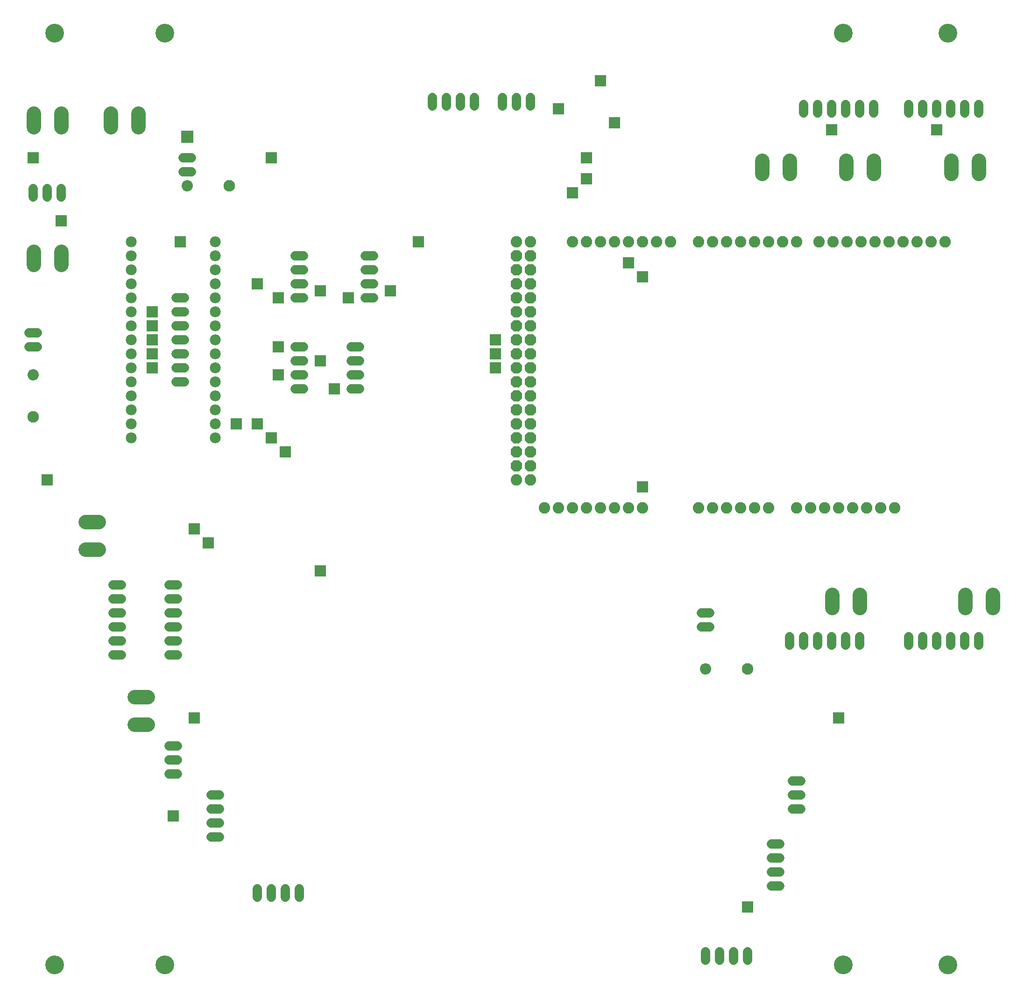
<source format=gbs>
G75*
%MOIN*%
%OFA0B0*%
%FSLAX25Y25*%
%IPPOS*%
%LPD*%
%AMOC8*
5,1,8,0,0,1.08239X$1,22.5*
%
%ADD10C,0.13398*%
%ADD11C,0.06800*%
%ADD12C,0.08200*%
%ADD13OC8,0.08200*%
%ADD14C,0.08062*%
%ADD15C,0.08246*%
%ADD16C,0.07800*%
%ADD17C,0.10170*%
%ADD18R,0.08477X0.08477*%
%ADD19R,0.09068X0.09068*%
D10*
X0059418Y0027922D03*
X0138158Y0027922D03*
X0622410Y0027922D03*
X0697213Y0027922D03*
X0697213Y0693276D03*
X0622410Y0693276D03*
X0138158Y0693276D03*
X0059418Y0693276D03*
D11*
X0151300Y0604300D02*
X0157300Y0604300D01*
X0157300Y0594300D02*
X0151300Y0594300D01*
X0064300Y0582300D02*
X0064300Y0576300D01*
X0054300Y0576300D02*
X0054300Y0582300D01*
X0044300Y0582300D02*
X0044300Y0576300D01*
X0041300Y0479300D02*
X0047300Y0479300D01*
X0047300Y0469300D02*
X0041300Y0469300D01*
X0146300Y0464300D02*
X0152300Y0464300D01*
X0152300Y0454300D02*
X0146300Y0454300D01*
X0146300Y0444300D02*
X0152300Y0444300D01*
X0152300Y0474300D02*
X0146300Y0474300D01*
X0146300Y0484300D02*
X0152300Y0484300D01*
X0152300Y0494300D02*
X0146300Y0494300D01*
X0146300Y0504300D02*
X0152300Y0504300D01*
X0231300Y0504300D02*
X0237300Y0504300D01*
X0237300Y0514300D02*
X0231300Y0514300D01*
X0231300Y0524300D02*
X0237300Y0524300D01*
X0237300Y0534300D02*
X0231300Y0534300D01*
X0281300Y0534300D02*
X0287300Y0534300D01*
X0287300Y0524300D02*
X0281300Y0524300D01*
X0281300Y0514300D02*
X0287300Y0514300D01*
X0287300Y0504300D02*
X0281300Y0504300D01*
X0277300Y0469300D02*
X0271300Y0469300D01*
X0271300Y0459300D02*
X0277300Y0459300D01*
X0277300Y0449300D02*
X0271300Y0449300D01*
X0271300Y0439300D02*
X0277300Y0439300D01*
X0237300Y0439300D02*
X0231300Y0439300D01*
X0231300Y0449300D02*
X0237300Y0449300D01*
X0237300Y0459300D02*
X0231300Y0459300D01*
X0231300Y0469300D02*
X0237300Y0469300D01*
X0147300Y0299300D02*
X0141300Y0299300D01*
X0141300Y0289300D02*
X0147300Y0289300D01*
X0147300Y0279300D02*
X0141300Y0279300D01*
X0141300Y0269300D02*
X0147300Y0269300D01*
X0147300Y0259300D02*
X0141300Y0259300D01*
X0141300Y0249300D02*
X0147300Y0249300D01*
X0107300Y0249300D02*
X0101300Y0249300D01*
X0101300Y0259300D02*
X0107300Y0259300D01*
X0107300Y0269300D02*
X0101300Y0269300D01*
X0101300Y0279300D02*
X0107300Y0279300D01*
X0107300Y0289300D02*
X0101300Y0289300D01*
X0101300Y0299300D02*
X0107300Y0299300D01*
X0141300Y0184300D02*
X0147300Y0184300D01*
X0147300Y0174300D02*
X0141300Y0174300D01*
X0141300Y0164300D02*
X0147300Y0164300D01*
X0171300Y0149300D02*
X0177300Y0149300D01*
X0177300Y0139300D02*
X0171300Y0139300D01*
X0171300Y0129300D02*
X0177300Y0129300D01*
X0177300Y0119300D02*
X0171300Y0119300D01*
X0204300Y0082300D02*
X0204300Y0076300D01*
X0214300Y0076300D02*
X0214300Y0082300D01*
X0224300Y0082300D02*
X0224300Y0076300D01*
X0234300Y0076300D02*
X0234300Y0082300D01*
X0521300Y0269300D02*
X0527300Y0269300D01*
X0527300Y0279300D02*
X0521300Y0279300D01*
X0584300Y0262300D02*
X0584300Y0256300D01*
X0594300Y0256300D02*
X0594300Y0262300D01*
X0604300Y0262300D02*
X0604300Y0256300D01*
X0614300Y0256300D02*
X0614300Y0262300D01*
X0624300Y0262300D02*
X0624300Y0256300D01*
X0634300Y0256300D02*
X0634300Y0262300D01*
X0669300Y0262300D02*
X0669300Y0256300D01*
X0679300Y0256300D02*
X0679300Y0262300D01*
X0689300Y0262300D02*
X0689300Y0256300D01*
X0699300Y0256300D02*
X0699300Y0262300D01*
X0709300Y0262300D02*
X0709300Y0256300D01*
X0719300Y0256300D02*
X0719300Y0262300D01*
X0592300Y0159300D02*
X0586300Y0159300D01*
X0586300Y0149300D02*
X0592300Y0149300D01*
X0592300Y0139300D02*
X0586300Y0139300D01*
X0577300Y0114300D02*
X0571300Y0114300D01*
X0571300Y0104300D02*
X0577300Y0104300D01*
X0577300Y0094300D02*
X0571300Y0094300D01*
X0571300Y0084300D02*
X0577300Y0084300D01*
X0554300Y0037300D02*
X0554300Y0031300D01*
X0544300Y0031300D02*
X0544300Y0037300D01*
X0534300Y0037300D02*
X0534300Y0031300D01*
X0524300Y0031300D02*
X0524300Y0037300D01*
X0594300Y0636300D02*
X0594300Y0642300D01*
X0604300Y0642300D02*
X0604300Y0636300D01*
X0614300Y0636300D02*
X0614300Y0642300D01*
X0624300Y0642300D02*
X0624300Y0636300D01*
X0634300Y0636300D02*
X0634300Y0642300D01*
X0644300Y0642300D02*
X0644300Y0636300D01*
X0669300Y0636300D02*
X0669300Y0642300D01*
X0679300Y0642300D02*
X0679300Y0636300D01*
X0689300Y0636300D02*
X0689300Y0642300D01*
X0699300Y0642300D02*
X0699300Y0636300D01*
X0709300Y0636300D02*
X0709300Y0642300D01*
X0719300Y0642300D02*
X0719300Y0636300D01*
X0399300Y0641300D02*
X0399300Y0647300D01*
X0389300Y0647300D02*
X0389300Y0641300D01*
X0379300Y0641300D02*
X0379300Y0647300D01*
X0359300Y0647300D02*
X0359300Y0641300D01*
X0349300Y0641300D02*
X0349300Y0647300D01*
X0339300Y0647300D02*
X0339300Y0641300D01*
X0329300Y0641300D02*
X0329300Y0647300D01*
D12*
X0389300Y0544300D03*
X0399300Y0544300D03*
X0429300Y0544300D03*
X0439300Y0544300D03*
X0449300Y0544300D03*
X0459300Y0544300D03*
X0469300Y0544300D03*
X0479300Y0544300D03*
X0489300Y0544300D03*
X0499300Y0544300D03*
X0519300Y0544300D03*
X0529300Y0544300D03*
X0539300Y0544300D03*
X0549300Y0544300D03*
X0559300Y0544300D03*
X0569300Y0544300D03*
X0579300Y0544300D03*
X0589300Y0544300D03*
X0605300Y0544300D03*
X0615300Y0544300D03*
X0625300Y0544300D03*
X0635300Y0544300D03*
X0645300Y0544300D03*
X0655300Y0544300D03*
X0665300Y0544300D03*
X0675300Y0544300D03*
X0685300Y0544300D03*
X0695300Y0544300D03*
X0659300Y0354300D03*
X0649300Y0354300D03*
X0639300Y0354300D03*
X0629300Y0354300D03*
X0619300Y0354300D03*
X0609300Y0354300D03*
X0599300Y0354300D03*
X0589300Y0354300D03*
X0569300Y0354300D03*
X0559300Y0354300D03*
X0549300Y0354300D03*
X0539300Y0354300D03*
X0529300Y0354300D03*
X0519300Y0354300D03*
X0479300Y0354300D03*
X0469300Y0354300D03*
X0459300Y0354300D03*
X0449300Y0354300D03*
X0439300Y0354300D03*
X0429300Y0354300D03*
X0419300Y0354300D03*
X0409300Y0354300D03*
X0399300Y0374300D03*
X0389300Y0374300D03*
D13*
X0389300Y0384300D03*
X0389300Y0394300D03*
X0399300Y0394300D03*
X0399300Y0384300D03*
X0399300Y0404300D03*
X0399300Y0414300D03*
X0389300Y0414300D03*
X0389300Y0404300D03*
X0389300Y0424300D03*
X0389300Y0434300D03*
X0389300Y0444300D03*
X0399300Y0444300D03*
X0399300Y0434300D03*
X0399300Y0424300D03*
X0399300Y0454300D03*
X0399300Y0464300D03*
X0399300Y0474300D03*
X0389300Y0474300D03*
X0389300Y0464300D03*
X0389300Y0454300D03*
X0389300Y0484300D03*
X0389300Y0494300D03*
X0399300Y0494300D03*
X0399300Y0484300D03*
X0399300Y0504300D03*
X0399300Y0514300D03*
X0399300Y0524300D03*
X0389300Y0524300D03*
X0389300Y0514300D03*
X0389300Y0504300D03*
X0389300Y0534300D03*
X0399300Y0534300D03*
D14*
X0154300Y0584300D03*
X0044300Y0449300D03*
X0524300Y0239300D03*
D15*
X0554300Y0239300D03*
X0184300Y0584300D03*
X0044300Y0419300D03*
D16*
X0114300Y0414300D03*
X0114300Y0404300D03*
X0114300Y0424300D03*
X0114300Y0434300D03*
X0114300Y0444300D03*
X0114300Y0454300D03*
X0114300Y0464300D03*
X0114300Y0474300D03*
X0114300Y0484300D03*
X0114300Y0494300D03*
X0114300Y0504300D03*
X0114300Y0514300D03*
X0114300Y0524300D03*
X0114300Y0534300D03*
X0114300Y0544300D03*
X0174300Y0544300D03*
X0174300Y0534300D03*
X0174300Y0524300D03*
X0174300Y0514300D03*
X0174300Y0504300D03*
X0174300Y0494300D03*
X0174300Y0484300D03*
X0174300Y0474300D03*
X0174300Y0464300D03*
X0174300Y0454300D03*
X0174300Y0444300D03*
X0174300Y0434300D03*
X0174300Y0424300D03*
X0174300Y0414300D03*
X0174300Y0404300D03*
D17*
X0090757Y0344143D02*
X0081387Y0344143D01*
X0081387Y0324457D02*
X0090757Y0324457D01*
X0116387Y0219143D02*
X0125757Y0219143D01*
X0125757Y0199457D02*
X0116387Y0199457D01*
X0064143Y0527843D02*
X0064143Y0537213D01*
X0044457Y0537213D02*
X0044457Y0527843D01*
X0044457Y0626387D02*
X0044457Y0635757D01*
X0064143Y0635757D02*
X0064143Y0626387D01*
X0099457Y0626387D02*
X0099457Y0635757D01*
X0119143Y0635757D02*
X0119143Y0626387D01*
X0564457Y0602213D02*
X0564457Y0592843D01*
X0584143Y0592843D02*
X0584143Y0602213D01*
X0624457Y0602213D02*
X0624457Y0592843D01*
X0644143Y0592843D02*
X0644143Y0602213D01*
X0699457Y0602213D02*
X0699457Y0592843D01*
X0719143Y0592843D02*
X0719143Y0602213D01*
X0709457Y0292213D02*
X0709457Y0282843D01*
X0729143Y0282843D02*
X0729143Y0292213D01*
X0634143Y0292213D02*
X0634143Y0282843D01*
X0614457Y0282843D02*
X0614457Y0292213D01*
D18*
X0619300Y0204300D03*
X0554300Y0069300D03*
X0249300Y0309300D03*
X0169300Y0329300D03*
X0159300Y0339300D03*
X0214300Y0404300D03*
X0224300Y0394300D03*
X0204300Y0414300D03*
X0189300Y0414300D03*
X0219300Y0449300D03*
X0219300Y0469300D03*
X0249300Y0459300D03*
X0259300Y0439300D03*
X0269300Y0504300D03*
X0249300Y0509300D03*
X0219300Y0504300D03*
X0204300Y0514300D03*
X0149300Y0544300D03*
X0129300Y0494300D03*
X0129300Y0484300D03*
X0129300Y0474300D03*
X0129300Y0464300D03*
X0129300Y0454300D03*
X0054300Y0374300D03*
X0159300Y0204300D03*
X0144300Y0134300D03*
X0479300Y0369300D03*
X0374300Y0454300D03*
X0374300Y0464300D03*
X0374300Y0474300D03*
X0299300Y0509300D03*
X0319300Y0544300D03*
X0419300Y0639300D03*
X0449300Y0659300D03*
X0459300Y0629300D03*
X0439300Y0604300D03*
X0439300Y0589300D03*
X0429300Y0579300D03*
X0469300Y0529300D03*
X0479300Y0519300D03*
X0614300Y0624300D03*
X0689300Y0624300D03*
X0214300Y0604300D03*
X0064300Y0559300D03*
X0044300Y0604300D03*
D19*
X0154300Y0619300D03*
M02*

</source>
